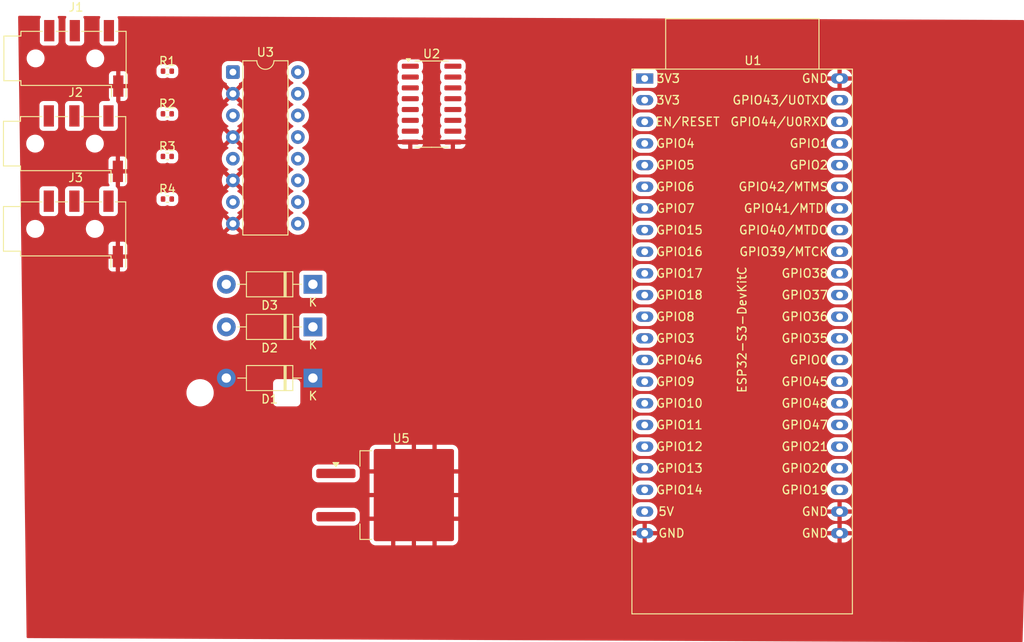
<source format=kicad_pcb>
(kicad_pcb (version 20241229) (generator "pcbnew") (generator_version "9.0")
  (layers (0 "F.Cu" signal) (2 "B.Cu" signal) (13 "F.Paste" user) (15 "B.Paste" user) (5 "F.SilkS" user "F.Silkscreen") (7 "B.SilkS" user "B.Silkscreen") (1 "F.Mask" user) (3 "B.Mask" user) (25 "Edge.Cuts" user))
  (net 0 "")
  (net 1 "Net-(D1-A)")
  (net 2 "Net-(D2-A)")
  (net 3 "Net-(D3-A)")
  (net 4 "GND")
  (net 5 "+3V")
  (net 6 "Net-(R3-Pad2)")
  (net 7 "U1_GPIO18")
  (net 8 "Net-(R1-Pad2)")
  (net 9 "Net-(R2-Pad2)")
  (net 10 "U1_GPIO17")
  (net 11 "Net-(D1-K)")
  (net 13 "J3_STATE")
  (net 14 "J3_SWITCH")
  (net 15 "J1_STATE")
  (net 16 "J1_SWITCH")
  (net 17 "J2_STATE")
  (net 18 "J2_SWITCH")
  (net 20 "Net-(R4-Pad2)")
  (net 21 "+5V")
  (net 50 "U1_GPIO21")
  (net 51 "U1_GPIO35")
  (net 52 "U1_GPIO45")
  (net 53 "U1_GPIO37")
  (net 54 "U1_GPIO38")
  (net 55 "U1_GPIO36")
  (net 60 "J4_SWITCH")
  (footprint "Connector_Audio:Jack_3.5mm_KoreanHropartsElec_PJ-320D-4A_Horizontal" (layer "F.Cu") (at 18.75 27)
    (property "Reference" "J2" (at 0 -6 0) (layer "F.SilkS"))
    (property "Value" "KVM 2")
    (fp_line (start -8.47 -2.62) (end -6.47 -2.62) (stroke (width 0.12)) (layer "F.SilkS"))
    (fp_line (start -8.47 2.62) (end -8.47 -2.62) (stroke (width 0.12)) (layer "F.SilkS"))
    (fp_line (start -6.47 -3.17) (end -3.95 -3.17) (stroke (width 0.12)) (layer "F.SilkS"))
    (fp_line (start -6.47 -2.62) (end -6.47 -3.17) (stroke (width 0.12)) (layer "F.SilkS"))
    (fp_line (start -6.47 2.62) (end -8.47 2.62) (stroke (width 0.12)) (layer "F.SilkS"))
    (fp_line (start -6.47 3.17) (end -6.47 2.62) (stroke (width 0.12)) (layer "F.SilkS"))
    (fp_line (start -2.35 -3.17) (end -0.95 -3.17) (stroke (width 0.12)) (layer "F.SilkS"))
    (fp_line (start 0.65 -3.17) (end 3.05 -3.17) (stroke (width 0.12)) (layer "F.SilkS"))
    (fp_line (start 4.15 3.17) (end -6.47 3.17) (stroke (width 0.12)) (layer "F.SilkS"))
    (fp_line (start 4.15 4.5) (end 4.15 3.17) (stroke (width 0.12)) (layer "F.SilkS"))
    (fp_line (start 5.87 -3.17) (end 4.65 -3.17) (stroke (width 0.12)) (layer "F.SilkS"))
    (fp_line (start 5.87 -3.17) (end 5.87 4.5) (stroke (width 0.12)) (layer "F.SilkS"))
    (pad "" np_thru_hole circle (at -4.75 0) (size 1.6 1.6) (drill 1.6) (layers "*.Cu" "*.Mask"))
    (pad "" np_thru_hole circle (at 2.25 0) (size 1.6 1.6) (drill 1.6) (layers "*.Cu" "*.Mask"))
    (pad "R1" smd rect (at -0.15 -3.25) (size 1.2 2.5) (layers "F.Cu" "F.Mask" "F.Paste") (net 18 "J2_SWITCH"))
    (pad "R2" smd rect (at -3.15 -3.25) (size 1.2 2.5) (layers "F.Cu" "F.Mask" "F.Paste") (net 17 "J2_STATE"))
    (pad "S" smd rect (at 4.95 3.25) (size 1.2 2.5) (layers "F.Cu" "F.Mask" "F.Paste") (net 4 "GND"))
    (pad "T" smd rect (at 3.85 -3.25) (size 1.2 2.5) (layers "F.Cu" "F.Mask" "F.Paste") (net 2 "Net-(D2-A)"))
  )
  (footprint "Diode_THT:D_DO-41_SOD81_P10.16mm_Horizontal" (layer "F.Cu") (at 46.58 43.5 180)
    (property "Reference" "D3" (at 5.08 -2.47 0) (layer "F.SilkS"))
    (property "Value" "1N5817")
    (fp_line (start 8.82 0) (end 7.8 0) (stroke (width 0.12)) (layer "F.SilkS"))
    (fp_line (start 7.8 1.47) (end 7.8 -1.47) (stroke (width 0.12)) (layer "F.SilkS"))
    (fp_line (start 7.8 -1.47) (end 2.36 -1.47) (stroke (width 0.12)) (layer "F.SilkS"))
    (fp_line (start 3.38 -1.47) (end 3.38 1.47) (stroke (width 0.12)) (layer "F.SilkS"))
    (fp_line (start 3.26 -1.47) (end 3.26 1.47) (stroke (width 0.12)) (layer "F.SilkS"))
    (fp_line (start 3.14 -1.47) (end 3.14 1.47) (stroke (width 0.12)) (layer "F.SilkS"))
    (fp_line (start 2.36 1.47) (end 7.8 1.47) (stroke (width 0.12)) (layer "F.SilkS"))
    (fp_line (start 2.36 -1.47) (end 2.36 1.47) (stroke (width 0.12)) (layer "F.SilkS"))
    (fp_line (start 1.34 0) (end 2.36 0) (stroke (width 0.12)) (layer "F.SilkS"))
    (fp_text user "K" (at 0 -2.1 0) (layer "F.SilkS"))
    (pad "1" thru_hole rect (at 0 0 180) (size 2.2 2.2) (drill 1.1) (layers "*.Cu" "*.Mask") (net 11 "Net-(D1-K)"))
    (pad "2" thru_hole oval (at 10.16 0 180) (size 2.2 2.2) (drill 1.1) (layers "*.Cu" "*.Mask") (net 3 "Net-(D3-A)"))
  )
  (footprint "PCM_Espressif:ESP32-S3-DevKitC" (layer "F.Cu") (at 85.5 19.36)
    (property "Reference" "U1" (at 12.7 -2.1 0) (layer "F.SilkS"))
    (property "Value" "ESP32-S3-DevKitC" (at 11.42632 29.46128 90) (layer "F.SilkS"))
    (fp_line (start -1.5 62.79728) (end 24.359999 62.79728) (stroke (width 0.12)) (layer "F.SilkS"))
    (fp_line (start -1.499999 -1.1) (end -1.5 62.79728) (stroke (width 0.12)) (layer "F.SilkS"))
    (fp_line (start 2.46012 -7.01312) (end 20.44332 -7.01312) (stroke (width 0.12)) (layer "F.SilkS"))
    (fp_line (start 2.46012 -1.12032) (end 2.46012 -7.01312) (stroke (width 0.12)) (layer "F.SilkS"))
    (fp_line (start 20.44332 -7.01312) (end 20.44332 -1.12032) (stroke (width 0.12)) (layer "F.SilkS"))
    (fp_line (start 24.359999 62.79728) (end 24.36 -1.1) (stroke (width 0.12)) (layer "F.SilkS"))
    (fp_line (start 24.36 -1.1) (end -1.499999 -1.1) (stroke (width 0.12)) (layer "F.SilkS"))
    (fp_text user "GPIO47" (at 21.59 40.64 0) (layer "F.SilkS") (effects (justify right)))
    (fp_text user "GPIO11" (at 1.27 40.64 0) (layer "F.SilkS") (effects (justify left)))
    (fp_text user "GND" (at 21.59 0 0) (layer "F.SilkS") (effects (justify right)))
    (fp_text user "GPIO17" (at 1.27 22.86 0) (layer "F.SilkS") (effects (justify left)))
    (fp_text user "GPIO21" (at 21.59 43.18 0) (layer "F.SilkS") (effects (justify right)))
    (fp_text user "3V3" (at 1.27 0 0) (layer "F.SilkS") (effects (justify left)))
    (fp_text user "GPIO5" (at 1.27 10.16 0) (layer "F.SilkS") (effects (justify left)))
    (fp_text user "GPIO42/MTMS" (at 21.59 12.7 0) (layer "F.SilkS") (effects (justify right)))
    (fp_text user "GND" (at 21.59 50.8 0) (layer "F.SilkS") (effects (justify right)))
    (fp_text user "GPIO46" (at 1.27 33.02 0) (layer "F.SilkS") (effects (justify left)))
    (fp_text user "GPIO39/MTCK" (at 21.59 20.32 0) (layer "F.SilkS") (effects (justify right)))
    (fp_text user "GPIO16" (at 1.27 20.32 0) (layer "F.SilkS") (effects (justify left)))
    (fp_text user "GPIO3" (at 1.27 30.48 0) (layer "F.SilkS") (effects (justify left)))
    (fp_text user "GPIO13" (at 1.27 45.72 0) (layer "F.SilkS") (effects (justify left)))
    (fp_text user "GPIO18" (at 1.27 25.4 0) (layer "F.SilkS") (effects (justify left)))
    (fp_text user "GPIO41/MTDI" (at 21.59 15.24 0) (layer "F.SilkS") (effects (justify right)))
    (fp_text user "GPIO4" (at 1.27 7.62 0) (layer "F.SilkS") (effects (justify left)))
    (fp_text user "GPIO36" (at 21.59 27.94 0) (layer "F.SilkS") (effects (justify right)))
    (fp_text user "GND" (at 1.52032 53.33728 0) (layer "F.SilkS") (effects (justify left)))
    (fp_text user "GPIO37" (at 21.59 25.4 0) (layer "F.SilkS") (effects (justify right)))
    (fp_text user "GPIO1" (at 21.59 7.62 0) (layer "F.SilkS") (effects (justify right)))
    (fp_text user "GPIO19" (at 21.59 48.26 0) (layer "F.SilkS") (effects (justify right)))
    (fp_text user "GPIO40/MTDO" (at 21.59 17.78 0) (layer "F.SilkS") (effects (justify right)))
    (fp_text user "GPIO7" (at 1.27 15.24 0) (layer "F.SilkS") (effects (justify left)))
    (fp_text user "GPIO8" (at 1.27 27.94 0) (layer "F.SilkS") (effects (justify left)))
    (fp_text user "GPIO20" (at 21.59 45.72 0) (layer "F.SilkS") (effects (justify right)))
    (fp_text user "GPIO12" (at 1.27 43.18 0) (layer "F.SilkS") (effects (justify left)))
    (fp_text user "GPIO43/U0TXD" (at 21.59 2.54 0) (layer "F.SilkS") (effects (justify right)))
    (fp_text user "EN/RESET" (at 8.88632 5.07728 0) (layer "F.SilkS") (effects (justify right)))
    (fp_text user "5V" (at 1.52032 50.79728 0) (layer "F.SilkS") (effects (justify left)))
    (fp_text user "GPIO44/U0RXD" (at 21.59 5.08 0) (layer "F.SilkS") (effects (justify right)))
    (fp_text user "3V3" (at 1.27 2.54 0) (layer "F.SilkS") (effects (justify left)))
    (fp_text user "GPIO2" (at 21.59 10.16 0) (layer "F.SilkS") (effects (justify right)))
    (fp_text user "GPIO6" (at 1.27 12.7 0) (layer "F.SilkS") (effects (justify left)))
    (fp_text user "GPIO14" (at 1.27 48.26 0) (layer "F.SilkS") (effects (justify left)))
    (fp_text user "GPIO35" (at 21.59 30.48 0) (layer "F.SilkS") (effects (justify right)))
    (fp_text user "GPIO15" (at 1.27 17.78 0) (layer "F.SilkS") (effects (justify left)))
    (fp_text user "GPIO38" (at 21.59 22.86 0) (layer "F.SilkS") (effects (justify right)))
    (fp_text user "GPIO48" (at 21.59 38.1 0) (layer "F.SilkS") (effects (justify right)))
    (fp_text user "GND" (at 21.59 53.34 0) (layer "F.SilkS") (effects (justify right)))
    (fp_text user "GPIO9" (at 1.27 35.56 0) (layer "F.SilkS") (effects (justify left)))
    (fp_text user "GPIO10" (at 1.27 38.1 0) (layer "F.SilkS") (effects (justify left)))
    (fp_text user "GPIO45" (at 21.59 35.56 0) (layer "F.SilkS") (effects (justify right)))
    (fp_text user "GPIO0" (at 21.59 33.02 0) (layer "F.SilkS") (effects (justify right)))
    (pad "1" thru_hole rect (at 0 0 270) (size 1.2 2) (drill 0.8) (layers "*.Cu" "*.Mask") (net 5 "+3V"))
    (pad "2" thru_hole oval (at 0 2.54 270) (size 1.2 2) (drill 0.8) (layers "*.Cu" "*.Mask") (net 5 "+3V"))
    (pad "3" thru_hole oval (at 0 5.08 270) (size 1.2 2) (drill 0.8) (layers "*.Cu" "*.Mask"))
    (pad "4" thru_hole oval (at 0 7.62 270) (size 1.2 2) (drill 0.8) (layers "*.Cu" "*.Mask"))
    (pad "5" thru_hole oval (at 0 10.16 270) (size 1.2 2) (drill 0.8) (layers "*.Cu" "*.Mask"))
    (pad "6" thru_hole oval (at 0 12.7 270) (size 1.2 2) (drill 0.8) (layers "*.Cu" "*.Mask"))
    (pad "7" thru_hole oval (at 0 15.24 270) (size 1.2 2) (drill 0.8) (layers "*.Cu" "*.Mask"))
    (pad "8" thru_hole oval (at 0 17.78 270) (size 1.2 2) (drill 0.8) (layers "*.Cu" "*.Mask"))
    (pad "9" thru_hole oval (at 0 20.32 270) (size 1.2 2) (drill 0.8) (layers "*.Cu" "*.Mask"))
    (pad "10" thru_hole oval (at 0 22.86 270) (size 1.2 2) (drill 0.8) (layers "*.Cu" "*.Mask") (net 10 "U1_GPIO17"))
    (pad "11" thru_hole oval (at 0 25.4 270) (size 1.2 2) (drill 0.8) (layers "*.Cu" "*.Mask") (net 7 "U1_GPIO18"))
    (pad "12" thru_hole oval (at 0 27.94 270) (size 1.2 2) (drill 0.8) (layers "*.Cu" "*.Mask"))
    (pad "13" thru_hole oval (at 0 30.48 270) (size 1.2 2) (drill 0.8) (layers "*.Cu" "*.Mask"))
    (pad "14" thru_hole oval (at 0 33.02 270) (size 1.2 2) (drill 0.8) (layers "*.Cu" "*.Mask"))
    (pad "15" thru_hole oval (at 0 35.56 270) (size 1.2 2) (drill 0.8) (layers "*.Cu" "*.Mask"))
    (pad "16" thru_hole oval (at 0 38.1 270) (size 1.2 2) (drill 0.8) (layers "*.Cu" "*.Mask"))
    (pad "17" thru_hole oval (at 0 40.64 270) (size 1.2 2) (drill 0.8) (layers "*.Cu" "*.Mask"))
    (pad "18" thru_hole oval (at 0 43.18 270) (size 1.2 2) (drill 0.8) (layers "*.Cu" "*.Mask"))
    (pad "19" thru_hole oval (at 0 45.72 270) (size 1.2 2) (drill 0.8) (layers "*.Cu" "*.Mask"))
    (pad "20" thru_hole oval (at -0.00368 48.25728 270) (size 1.2 2) (drill 0.8) (layers "*.Cu" "*.Mask"))
    (pad "21" thru_hole oval (at -0.00368 50.79728 270) (size 1.2 2) (drill 0.8) (layers "*.Cu" "*.Mask") (net 21 "+5V"))
    (pad "22" thru_hole oval (at -0.00368 53.33728 270) (size 1.2 2) (drill 0.8) (layers "*.Cu" "*.Mask") (net 4 "GND"))
    (pad "23" thru_hole oval (at 22.86 53.34 270) (size 1.2 2) (drill 0.8) (layers "*.Cu" "*.Mask") (net 4 "GND"))
    (pad "24" thru_hole oval (at 22.86 50.8 270) (size 1.2 2) (drill 0.8) (layers "*.Cu" "*.Mask") (net 4 "GND"))
    (pad "25" thru_hole oval (at 22.86 48.26 270) (size 1.2 2) (drill 0.8) (layers "*.Cu" "*.Mask"))
    (pad "26" thru_hole oval (at 22.86 45.72 270) (size 1.2 2) (drill 0.8) (layers "*.Cu" "*.Mask"))
    (pad "27" thru_hole oval (at 22.86 43.18 270) (size 1.2 2) (drill 0.8) (layers "*.Cu" "*.Mask") (net 50 "U1_GPIO21"))
    (pad "28" thru_hole oval (at 22.86 40.64 270) (size 1.2 2) (drill 0.8) (layers "*.Cu" "*.Mask"))
    (pad "29" thru_hole oval (at 22.86 38.1 270) (size 1.2 2) (drill 0.8) (layers "*.Cu" "*.Mask"))
    (pad "30" thru_hole oval (at 22.86 35.56 270) (size 1.2 2) (drill 0.8) (layers "*.Cu" "*.Mask") (net 52 "U1_GPIO45"))
    (pad "31" thru_hole oval (at 22.86 33.02 270) (size 1.2 2) (drill 0.8) (layers "*.Cu" "*.Mask"))
    (pad "32" thru_hole oval (at 22.86 30.48 270) (size 1.2 2) (drill 0.8) (layers "*.Cu" "*.Mask") (net 51 "U1_GPIO35"))
    (pad "33" thru_hole oval (at 22.86 27.94 270) (size 1.2 2) (drill 0.8) (layers "*.Cu" "*.Mask") (net 55 "U1_GPIO36"))
    (pad "34" thru_hole oval (at 22.86 25.4 270) (size 1.2 2) (drill 0.8) (layers "*.Cu" "*.Mask") (net 53 "U1_GPIO37"))
    (pad "35" thru_hole oval (at 22.86 22.86 270) (size 1.2 2) (drill 0.8) (layers "*.Cu" "*.Mask") (net 54 "U1_GPIO38"))
    (pad "36" thru_hole oval (at 22.86 20.32 270) (size 1.2 2) (drill 0.8) (layers "*.Cu" "*.Mask"))
    (pad "37" thru_hole oval (at 22.86 17.78 270) (size 1.2 2) (drill 0.8) (layers "*.Cu" "*.Mask"))
    (pad "38" thru_hole oval (at 22.86 15.24 270) (size 1.2 2) (drill 0.8) (layers "*.Cu" "*.Mask"))
    (pad "39" thru_hole oval (at 22.86 12.7 270) (size 1.2 2) (drill 0.8) (layers "*.Cu" "*.Mask"))
    (pad "40" thru_hole oval (at 22.86 10.16 270) (size 1.2 2) (drill 0.8) (layers "*.Cu" "*.Mask"))
    (pad "41" thru_hole oval (at 22.86 7.62 270) (size 1.2 2) (drill 0.8) (layers "*.Cu" "*.Mask"))
    (pad "42" thru_hole oval (at 22.86 5.08 270) (size 1.2 2) (drill 0.8) (layers "*.Cu" "*.Mask"))
    (pad "43" thru_hole oval (at 22.86 2.54 270) (size 1.2 2) (drill 0.8) (layers "*.Cu" "*.Mask"))
    (pad "44" thru_hole oval (at 22.86 0 270) (size 1.2 2) (drill 0.8) (layers "*.Cu" "*.Mask") (net 4 "GND"))
  )
  (footprint "Resistor_SMD:R_0402_1005Metric" (layer "F.Cu") (at 29.51 18.5)
    (property "Reference" "R1" (at 0 -1.17 0) (layer "F.SilkS"))
    (property "Value" "470Ω")
    (fp_line (start -0.153641 -0.38) (end 0.153641 -0.38) (stroke (width 0.12)) (layer "F.SilkS"))
    (fp_line (start -0.153641 0.38) (end 0.153641 0.38) (stroke (width 0.12)) (layer "F.SilkS"))
    (pad "1" smd roundrect (at -0.51 0) (size 0.54 0.64) (layers "F.Cu" "F.Mask" "F.Paste") (net 15 "J1_STATE"))
    (pad "2" smd roundrect (at 0.51 0) (size 0.54 0.64) (layers "F.Cu" "F.Mask" "F.Paste") (net 8 "Net-(R1-Pad2)"))
  )
  (footprint "Resistor_SMD:R_0402_1005Metric" (layer "F.Cu") (at 29.5 23.5)
    (property "Reference" "R2" (at 0 -1.17 0) (layer "F.SilkS"))
    (property "Value" "470Ω")
    (fp_line (start -0.153641 -0.38) (end 0.153641 -0.38) (stroke (width 0.12)) (layer "F.SilkS"))
    (fp_line (start -0.153641 0.38) (end 0.153641 0.38) (stroke (width 0.12)) (layer "F.SilkS"))
    (pad "1" smd roundrect (at -0.51 0) (size 0.54 0.64) (layers "F.Cu" "F.Mask" "F.Paste") (net 17 "J2_STATE"))
    (pad "2" smd roundrect (at 0.51 0) (size 0.54 0.64) (layers "F.Cu" "F.Mask" "F.Paste") (net 9 "Net-(R2-Pad2)"))
  )
  (footprint "Package_SO:SOP-16_3.9x9.9mm_P1.27mm" (layer "F.Cu") (at 60.5 22.365)
    (property "Reference" "U2" (at 0 -5.9 0) (layer "F.SilkS"))
    (property "Value" "ULN2003A")
    (fp_line (start 0 -5.06) (end -1.95 -5.06) (stroke (width 0.12)) (layer "F.SilkS"))
    (fp_line (start 0 -5.06) (end 1.95 -5.06) (stroke (width 0.12)) (layer "F.SilkS"))
    (fp_line (start 0 5.06) (end -1.95 5.06) (stroke (width 0.12)) (layer "F.SilkS"))
    (fp_line (start 0 5.06) (end 1.95 5.06) (stroke (width 0.12)) (layer "F.SilkS"))
    (fp_poly (pts (xy -2.725 -5.005) (xy -2.965 -5.335) (xy -2.485 -5.335) (xy -2.725 -5.005)) (stroke (width 0.12)) (fill yes) (layer "F.SilkS"))
    (pad "1" smd roundrect (at -2.5 -4.445) (size 2 0.6) (layers "F.Cu" "F.Mask" "F.Paste") (net 55 "U1_GPIO36"))
    (pad "2" smd roundrect (at -2.5 -3.175) (size 2 0.6) (layers "F.Cu" "F.Mask" "F.Paste") (net 53 "U1_GPIO37"))
    (pad "3" smd roundrect (at -2.5 -1.905) (size 2 0.6) (layers "F.Cu" "F.Mask" "F.Paste") (net 54 "U1_GPIO38"))
    (pad "4" smd roundrect (at -2.5 -0.635) (size 2 0.6) (layers "F.Cu" "F.Mask" "F.Paste") (net 52 "U1_GPIO45"))
    (pad "5" smd roundrect (at -2.5 0.635) (size 2 0.6) (layers "F.Cu" "F.Mask" "F.Paste"))
    (pad "6" smd roundrect (at -2.5 1.905) (size 2 0.6) (layers "F.Cu" "F.Mask" "F.Paste"))
    (pad "7" smd roundrect (at -2.5 3.175) (size 2 0.6) (layers "F.Cu" "F.Mask" "F.Paste"))
    (pad "8" smd roundrect (at -2.5 4.445) (size 2 0.6) (layers "F.Cu" "F.Mask" "F.Paste") (net 4 "GND"))
    (pad "9" smd roundrect (at 2.5 4.445) (size 2 0.6) (layers "F.Cu" "F.Mask" "F.Paste") (net 4 "GND"))
    (pad "10" smd roundrect (at 2.5 3.175) (size 2 0.6) (layers "F.Cu" "F.Mask" "F.Paste"))
    (pad "11" smd roundrect (at 2.5 1.905) (size 2 0.6) (layers "F.Cu" "F.Mask" "F.Paste"))
    (pad "12" smd roundrect (at 2.5 0.635) (size 2 0.6) (layers "F.Cu" "F.Mask" "F.Paste"))
    (pad "13" smd roundrect (at 2.5 -0.635) (size 2 0.6) (layers "F.Cu" "F.Mask" "F.Paste") (net 60 "J4_SWITCH"))
    (pad "14" smd roundrect (at 2.5 -1.905) (size 2 0.6) (layers "F.Cu" "F.Mask" "F.Paste") (net 14 "J3_SWITCH"))
    (pad "15" smd roundrect (at 2.5 -3.175) (size 2 0.6) (layers "F.Cu" "F.Mask" "F.Paste") (net 18 "J2_SWITCH"))
    (pad "16" smd roundrect (at 2.5 -4.445) (size 2 0.6) (layers "F.Cu" "F.Mask" "F.Paste") (net 16 "J1_SWITCH"))
  )
  (footprint "Package_DIP:DIP-16_W7.62mm" (layer "F.Cu") (at 37.195 18.61)
    (property "Reference" "U3" (at 3.81 -2.33 0) (layer "F.SilkS"))
    (property "Value" "PC847")
    (fp_line (start 1.16 -1.33) (end 1.16 19.11) (stroke (width 0.12)) (layer "F.SilkS"))
    (fp_line (start 1.16 19.11) (end 6.46 19.11) (stroke (width 0.12)) (layer "F.SilkS"))
    (fp_line (start 2.81 -1.33) (end 1.16 -1.33) (stroke (width 0.12)) (layer "F.SilkS"))
    (fp_line (start 6.46 -1.33) (end 4.81 -1.33) (stroke (width 0.12)) (layer "F.SilkS"))
    (fp_line (start 6.46 19.11) (end 6.46 -1.33) (stroke (width 0.12)) (layer "F.SilkS"))
    (fp_arc (start 4.81 -1.33) (mid 3.81 -0.33) (end 2.81 -1.33) (stroke (width 0.12)) (layer "F.SilkS"))
    (pad "1" thru_hole roundrect (at 0 0) (size 1.6 1.6) (drill 0.8) (layers "*.Cu" "*.Mask") (roundrect_rratio 0.15625) (net 8 "Net-(R1-Pad2)"))
    (pad "2" thru_hole circle (at 0 2.54) (size 1.6 1.6) (drill 0.8) (layers "*.Cu" "*.Mask") (net 4 "GND"))
    (pad "3" thru_hole circle (at 0 5.08) (size 1.6 1.6) (drill 0.8) (layers "*.Cu" "*.Mask") (net 9 "Net-(R2-Pad2)"))
    (pad "4" thru_hole circle (at 0 7.62) (size 1.6 1.6) (drill 0.8) (layers "*.Cu" "*.Mask") (net 4 "GND"))
    (pad "5" thru_hole circle (at 0 10.16) (size 1.6 1.6) (drill 0.8) (layers "*.Cu" "*.Mask") (net 6 "Net-(R3-Pad2)"))
    (pad "6" thru_hole circle (at 0 12.7) (size 1.6 1.6) (drill 0.8) (layers "*.Cu" "*.Mask") (net 4 "GND"))
    (pad "7" thru_hole circle (at 0 15.24) (size 1.6 1.6) (drill 0.8) (layers "*.Cu" "*.Mask") (net 20 "Net-(R4-Pad2)"))
    (pad "8" thru_hole circle (at 0 17.78) (size 1.6 1.6) (drill 0.8) (layers "*.Cu" "*.Mask") (net 4 "GND"))
    (pad "9" thru_hole circle (at 7.62 17.78) (size 1.6 1.6) (drill 0.8) (layers "*.Cu" "*.Mask") (net 51 "U1_GPIO35"))
    (pad "10" thru_hole circle (at 7.62 15.24) (size 1.6 1.6) (drill 0.8) (layers "*.Cu" "*.Mask") (net 5 "+3V"))
    (pad "11" thru_hole circle (at 7.62 12.7) (size 1.6 1.6) (drill 0.8) (layers "*.Cu" "*.Mask") (net 50 "U1_GPIO21"))
    (pad "12" thru_hole circle (at 7.62 10.16) (size 1.6 1.6) (drill 0.8) (layers "*.Cu" "*.Mask") (net 5 "+3V"))
    (pad "13" thru_hole circle (at 7.62 7.62) (size 1.6 1.6) (drill 0.8) (layers "*.Cu" "*.Mask") (net 7 "U1_GPIO18"))
    (pad "14" thru_hole circle (at 7.62 5.08) (size 1.6 1.6) (drill 0.8) (layers "*.Cu" "*.Mask") (net 5 "+3V"))
    (pad "15" thru_hole circle (at 7.62 2.54) (size 1.6 1.6) (drill 0.8) (layers "*.Cu" "*.Mask") (net 10 "U1_GPIO17"))
    (pad "16" thru_hole circle (at 7.62 0) (size 1.6 1.6) (drill 0.8) (layers "*.Cu" "*.Mask") (net 5 "+3V"))
  )
  (footprint "Diode_THT:D_DO-41_SOD81_P10.16mm_Horizontal" (layer "F.Cu") (at 46.58 54.5 180)
    (property "Reference" "D1" (at 5.08 -2.47 0) (layer "F.SilkS"))
    (property "Value" "1N5817")
    (fp_line (start 8.82 0) (end 7.8 0) (stroke (width 0.12)) (layer "F.SilkS"))
    (fp_line (start 7.8 1.47) (end 7.8 -1.47) (stroke (width 0.12)) (layer "F.SilkS"))
    (fp_line (start 7.8 -1.47) (end 2.36 -1.47) (stroke (width 0.12)) (layer "F.SilkS"))
    (fp_line (start 3.38 -1.47) (end 3.38 1.47) (stroke (width 0.12)) (layer "F.SilkS"))
    (fp_line (start 3.26 -1.47) (end 3.26 1.47) (stroke (width 0.12)) (layer "F.SilkS"))
    (fp_line (start 3.14 -1.47) (end 3.14 1.47) (stroke (width 0.12)) (layer "F.SilkS"))
    (fp_line (start 2.36 1.47) (end 7.8 1.47) (stroke (width 0.12)) (layer "F.SilkS"))
    (fp_line (start 2.36 -1.47) (end 2.36 1.47) (stroke (width 0.12)) (layer "F.SilkS"))
    (fp_line (start 1.34 0) (end 2.36 0) (stroke (width 0.12)) (layer "F.SilkS"))
    (fp_text user "K" (at 0 -2.1 0) (layer "F.SilkS"))
    (pad "1" thru_hole rect (at 0 0 180) (size 2.2 2.2) (drill 1.1) (layers "*.Cu" "*.Mask") (net 11 "Net-(D1-K)"))
    (pad "2" thru_hole oval (at 10.16 0 180) (size 2.2 2.2) (drill 1.1) (layers "*.Cu" "*.Mask") (net 1 "Net-(D1-A)"))
  )
  (footprint "Diode_THT:D_DO-41_SOD81_P10.16mm_Horizontal" (layer "F.Cu") (at 46.58 48.5 180)
    (property "Reference" "D2" (at 5.08 -2.47 0) (layer "F.SilkS"))
    (property "Value" "1N5817")
    (fp_line (start 8.82 0) (end 7.8 0) (stroke (width 0.12)) (layer "F.SilkS"))
    (fp_line (start 7.8 1.47) (end 7.8 -1.47) (stroke (width 0.12)) (layer "F.SilkS"))
    (fp_line (start 7.8 -1.47) (end 2.36 -1.47) (stroke (width 0.12)) (layer "F.SilkS"))
    (fp_line (start 3.38 -1.47) (end 3.38 1.47) (stroke (width 0.12)) (layer "F.SilkS"))
    (fp_line (start 3.26 -1.47) (end 3.26 1.47) (stroke (width 0.12)) (layer "F.SilkS"))
    (fp_line (start 3.14 -1.47) (end 3.14 1.47) (stroke (width 0.12)) (layer "F.SilkS"))
    (fp_line (start 2.36 1.47) (end 7.8 1.47) (stroke (width 0.12)) (layer "F.SilkS"))
    (fp_line (start 2.36 -1.47) (end 2.36 1.47) (stroke (width 0.12)) (layer "F.SilkS"))
    (fp_line (start 1.34 0) (end 2.36 0) (stroke (width 0.12)) (layer "F.SilkS"))
    (fp_text user "K" (at 0 -2.1 0) (layer "F.SilkS"))
    (pad "1" thru_hole rect (at 0 0 180) (size 2.2 2.2) (drill 1.1) (layers "*.Cu" "*.Mask") (net 11 "Net-(D1-K)"))
    (pad "2" thru_hole oval (at 10.16 0 180) (size 2.2 2.2) (drill 1.1) (layers "*.Cu" "*.Mask") (net 2 "Net-(D2-A)"))
  )
  (footprint "Resistor_SMD:R_0402_1005Metric" (layer "F.Cu") (at 29.51 33.5)
    (property "Reference" "R4" (at 0 -1.17 0) (layer "F.SilkS"))
    (property "Value" "470Ω")
    (fp_line (start -0.153641 -0.38) (end 0.153641 -0.38) (stroke (width 0.12)) (layer "F.SilkS"))
    (fp_line (start -0.153641 0.38) (end 0.153641 0.38) (stroke (width 0.12)) (layer "F.SilkS"))
    (pad "1" smd roundrect (at -0.51 0) (size 0.54 0.64) (layers "F.Cu" "F.Mask" "F.Paste"))
    (pad "2" smd roundrect (at 0.51 0) (size 0.54 0.64) (layers "F.Cu" "F.Mask" "F.Paste") (net 20 "Net-(R4-Pad2)"))
  )
  (footprint "Connector_Audio:Jack_3.5mm_KoreanHropartsElec_PJ-320D-4A_Horizontal" (layer "F.Cu") (at 18.8 17)
    (property "Reference" "J1" (at 0 -6 0) (layer "F.SilkS"))
    (property "Value" "KVM 1")
    (fp_line (start -8.47 -2.62) (end -6.47 -2.62) (stroke (width 0.12)) (layer "F.SilkS"))
    (fp_line (start -8.47 2.62) (end -8.47 -2.62) (stroke (width 0.12)) (layer "F.SilkS"))
    (fp_line (start -6.47 -3.17) (end -3.95 -3.17) (stroke (width 0.12)) (layer "F.SilkS"))
    (fp_line (start -6.47 -2.62) (end -6.47 -3.17) (stroke (width 0.12)) (layer "F.SilkS"))
    (fp_line (start -6.47 2.62) (end -8.47 2.62) (stroke (width 0.12)) (layer "F.SilkS"))
    (fp_line (start -6.47 3.17) (end -6.47 2.62) (stroke (width 0.12)) (layer "F.SilkS"))
    (fp_line (start -2.35 -3.17) (end -0.95 -3.17) (stroke (width 0.12)) (layer "F.SilkS"))
    (fp_line (start 0.65 -3.17) (end 3.05 -3.17) (stroke (width 0.12)) (layer "F.SilkS"))
    (fp_line (start 4.15 3.17) (end -6.47 3.17) (stroke (width 0.12)) (layer "F.SilkS"))
    (fp_line (start 4.15 4.5) (end 4.15 3.17) (stroke (width 0.12)) (layer "F.SilkS"))
    (fp_line (start 5.87 -3.17) (end 4.65 -3.17) (stroke (width 0.12)) (layer "F.SilkS"))
    (fp_line (start 5.87 -3.17) (end 5.87 4.5) (stroke (width 0.12)) (layer "F.SilkS"))
    (pad "" np_thru_hole circle (at -4.75 0) (size 1.6 1.6) (drill 1.6) (layers "*.Cu" "*.Mask"))
    (pad "" np_thru_hole circle (at 2.25 0) (size 1.6 1.6) (drill 1.6) (layers "*.Cu" "*.Mask"))
    (pad "R1" smd rect (at -0.15 -3.25) (size 1.2 2.5) (layers "F.Cu" "F.Mask" "F.Paste") (net 16 "J1_SWITCH"))
    (pad "R2" smd rect (at -3.15 -3.25) (size 1.2 2.5) (layers "F.Cu" "F.Mask" "F.Paste") (net 15 "J1_STATE"))
    (pad "S" smd rect (at 4.95 3.25) (size 1.2 2.5) (layers "F.Cu" "F.Mask" "F.Paste") (net 4 "GND"))
    (pad "T" smd rect (at 3.85 -3.25) (size 1.2 2.5) (layers "F.Cu" "F.Mask" "F.Paste") (net 1 "Net-(D1-A)"))
  )
  (footprint "Package_TO_SOT_SMD:TO-263-2" (layer "F.Cu") (at 56.925 68.225)
    (property "Reference" "U5" (at 0 -6.65 0) (layer "F.SilkS"))
    (property "Value" "L7805")
    (fp_line (start -4.825 -5.2) (end -4.825 -3.39) (stroke (width 0.12)) (layer "F.SilkS"))
    (fp_line (start -4.825 5.2) (end -4.825 3.39) (stroke (width 0.12)) (layer "F.SilkS"))
    (fp_line (start -3.46 -5.2) (end -4.825 -5.2) (stroke (width 0.12)) (layer "F.SilkS"))
    (fp_line (start -3.46 5.2) (end -4.825 5.2) (stroke (width 0.12)) (layer "F.SilkS"))
    (fp_poly (pts (xy -7.65 -3.35) (xy -7.99 -3.82) (xy -7.31 -3.82) (xy -7.65 -3.35)) (stroke (width 0.12)) (fill yes) (layer "F.SilkS"))
    (pad "1" smd roundrect (at -7.65 -2.54) (size 4.6 1.1) (layers "F.Cu" "F.Mask" "F.Paste") (roundrect_rratio 0.227273) (net 11 "Net-(D1-K)"))
    (pad "2" smd roundrect (at -0.925 -2.775) (size 4.55 5.25) (layers "F.Cu" "F.Paste") (roundrect_rratio 0.054945) (net 4 "GND"))
    (pad "2" smd roundrect (at -0.925 2.775) (size 4.55 5.25) (layers "F.Cu" "F.Paste") (roundrect_rratio 0.054945) (net 4 "GND"))
    (pad "2" smd roundrect (at 1.5 0) (size 9.4 10.8) (layers "F.Cu" "F.Mask") (roundrect_rratio 0.026596) (net 4 "GND"))
    (pad "2" smd roundrect (at 3.925 -2.775) (size 4.55 5.25) (layers "F.Cu" "F.Paste") (roundrect_rratio 0.054945) (net 4 "GND"))
    (pad "2" smd roundrect (at 3.925 2.775) (size 4.55 5.25) (layers "F.Cu" "F.Paste") (roundrect_rratio 0.054945) (net 4 "GND"))
    (pad "3" smd roundrect (at -7.65 2.54) (size 4.6 1.1) (layers "F.Cu" "F.Mask" "F.Paste") (roundrect_rratio 0.227273) (net 21 "+5V"))
  )
  (footprint "Connector_Audio:Jack_3.5mm_KoreanHropartsElec_PJ-320D-4A_Horizontal" (layer "F.Cu") (at 18.75 37)
    (property "Reference" "J3" (at 0 -6 0) (layer "F.SilkS"))
    (property "Value" "KVM 2")
    (fp_line (start -8.47 -2.62) (end -6.47 -2.62) (stroke (width 0.12)) (layer "F.SilkS"))
    (fp_line (start -8.47 2.62) (end -8.47 -2.62) (stroke (width 0.12)) (layer "F.SilkS"))
    (fp_line (start -6.47 -3.17) (end -3.95 -3.17) (stroke (width 0.12)) (layer "F.SilkS"))
    (fp_line (start -6.47 -2.62) (end -6.47 -3.17) (stroke (width 0.12)) (layer "F.SilkS"))
    (fp_line (start -6.47 2.62) (end -8.47 2.62) (stroke (width 0.12)) (layer "F.SilkS"))
    (fp_line (start -6.47 3.17) (end -6.47 2.62) (stroke (width 0.12)) (layer "F.SilkS"))
    (fp_line (start -2.35 -3.17) (end -0.95 -3.17) (stroke (width 0.12)) (layer "F.SilkS"))
    (fp_line (start 0.65 -3.17) (end 3.05 -3.17) (stroke (width 0.12)) (layer "F.SilkS"))
    (fp_line (start 4.15 3.17) (end -6.47 3.17) (stroke (width 0.12)) (layer "F.SilkS"))
    (fp_line (start 4.15 4.5) (end 4.15 3.17) (stroke (width 0.12)) (layer "F.SilkS"))
    (fp_line (start 5.87 -3.17) (end 4.65 -3.17) (stroke (width 0.12)) (layer "F.SilkS"))
    (fp_line (start 5.87 -3.17) (end 5.87 4.5) (stroke (width 0.12)) (layer "F.SilkS"))
    (pad "" np_thru_hole circle (at -4.75 0) (size 1.6 1.6) (drill 1.6) (layers "*.Cu" "*.Mask"))
    (pad "" np_thru_hole circle (at 2.25 0) (size 1.6 1.6) (drill 1.6) (layers "*.Cu" "*.Mask"))
    (pad "R1" smd rect (at -0.15 -3.25) (size 1.2 2.5) (layers "F.Cu" "F.Mask" "F.Paste") (net 14 "J3_SWITCH"))
    (pad "R2" smd rect (at -3.15 -3.25) (size 1.2 2.5) (layers "F.Cu" "F.Mask" "F.Paste") (net 13 "J3_STATE"))
    (pad "S" smd rect (at 4.95 3.25) (size 1.2 2.5) (layers "F.Cu" "F.Mask" "F.Paste") (net 4 "GND"))
    (pad "T" smd rect (at 3.85 -3.25) (size 1.2 2.5) (layers "F.Cu" "F.Mask" "F.Paste") (net 3 "Net-(D3-A)"))
  )
  (footprint "Resistor_SMD:R_0402_1005Metric" (layer "F.Cu") (at 29.5 28.5)
    (property "Reference" "R3" (at 0 -1.17 0) (layer "F.SilkS"))
    (property "Value" "470Ω")
    (fp_line (start -0.153641 -0.38) (end 0.153641 -0.38) (stroke (width 0.12)) (layer "F.SilkS"))
    (fp_line (start -0.153641 0.38) (end 0.153641 0.38) (stroke (width 0.12)) (layer "F.SilkS"))
    (pad "1" smd roundrect (at -0.51 0) (size 0.54 0.64) (layers "F.Cu" "F.Mask" "F.Paste") (net 13 "J3_STATE"))
    (pad "2" smd roundrect (at 0.51 0) (size 0.54 0.64) (layers "F.Cu" "F.Mask" "F.Paste") (net 6 "Net-(R3-Pad2)"))
  )
  (zone (net 4) (net_name "GND") (layer "F.Cu") (name "Ground") (connect_pads (clearance 0.5)) (min_thickness 0.25) (fill yes (thermal_gap 0.5) (thermal_bridge_width 0.5))
    (polygon (pts (xy 130 79) (xy 130 12.5) (xy 12 12) (xy 13 85) (xy 129.819286 85.505712)))
  )
)
</source>
